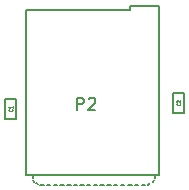
<source format=gbr>
G04 #@! TF.FileFunction,Other,Fab,Top*
%FSLAX46Y46*%
G04 Gerber Fmt 4.6, Leading zero omitted, Abs format (unit mm)*
G04 Created by KiCad (PCBNEW 4.0.2-stable) date 11/15/2017 1:36:56 PM*
%MOMM*%
G01*
G04 APERTURE LIST*
%ADD10C,0.050000*%
%ADD11C,0.150000*%
%ADD12C,0.062500*%
G04 APERTURE END LIST*
D10*
D11*
X43107382Y-112015335D02*
X42207382Y-112015335D01*
X43107382Y-113715335D02*
X42207382Y-113715335D01*
X42207382Y-113715335D02*
X42207382Y-112015335D01*
X43107382Y-113715335D02*
X43107382Y-112015335D01*
X28893542Y-112516615D02*
X27993542Y-112516615D01*
X28893542Y-114216615D02*
X27993542Y-114216615D01*
X27993542Y-114216615D02*
X27993542Y-112516615D01*
X28893542Y-114216615D02*
X28893542Y-112516615D01*
X30926542Y-119795215D02*
X31226542Y-119795215D01*
X30576542Y-119645215D02*
X30726542Y-119745215D01*
X30326542Y-119445215D02*
X30426542Y-119545215D01*
X30326542Y-118995215D02*
X30326542Y-119245215D01*
X38526542Y-104995215D02*
X29726542Y-104995215D01*
X38526542Y-104645215D02*
X38526542Y-104995215D01*
X41026542Y-104645215D02*
X38526542Y-104645215D01*
X41026542Y-118995215D02*
X41026542Y-104645215D01*
X29726542Y-118995215D02*
X41026542Y-118995215D01*
X29726542Y-118995215D02*
X29726542Y-104995215D01*
X31476542Y-119795215D02*
X31776542Y-119795215D01*
X32626542Y-119795215D02*
X32926542Y-119795215D01*
X32076542Y-119795215D02*
X32376542Y-119795215D01*
X33776542Y-119795215D02*
X34076542Y-119795215D01*
X33226542Y-119795215D02*
X33526542Y-119795215D01*
X35476542Y-119795215D02*
X35776542Y-119795215D01*
X34326542Y-119795215D02*
X34626542Y-119795215D01*
X34876542Y-119795215D02*
X35176542Y-119795215D01*
X36626542Y-119795215D02*
X36926542Y-119795215D01*
X36026542Y-119795215D02*
X36326542Y-119795215D01*
X37176542Y-119795215D02*
X37476542Y-119795215D01*
X37776542Y-119795215D02*
X38076542Y-119795215D01*
X40076542Y-119795215D02*
X40276542Y-119695215D01*
X38926542Y-119795215D02*
X39226542Y-119795215D01*
X39526542Y-119795215D02*
X39826542Y-119795215D01*
X38376542Y-119795215D02*
X38676542Y-119795215D01*
X40476542Y-119545215D02*
X40576542Y-119445215D01*
X40626542Y-118995215D02*
X40626542Y-119245215D01*
D12*
X42782382Y-112907001D02*
X42799049Y-112918906D01*
X42815715Y-112954620D01*
X42815715Y-112978430D01*
X42799049Y-113014144D01*
X42765715Y-113037953D01*
X42732382Y-113049858D01*
X42665715Y-113061763D01*
X42615715Y-113061763D01*
X42549049Y-113049858D01*
X42515715Y-113037953D01*
X42482382Y-113014144D01*
X42465715Y-112978430D01*
X42465715Y-112954620D01*
X42482382Y-112918906D01*
X42499049Y-112907001D01*
X42499049Y-112811763D02*
X42482382Y-112799858D01*
X42465715Y-112776049D01*
X42465715Y-112716525D01*
X42482382Y-112692715D01*
X42499049Y-112680811D01*
X42532382Y-112668906D01*
X42565715Y-112668906D01*
X42615715Y-112680811D01*
X42815715Y-112823668D01*
X42815715Y-112668906D01*
X28568542Y-113408281D02*
X28585209Y-113420186D01*
X28601875Y-113455900D01*
X28601875Y-113479710D01*
X28585209Y-113515424D01*
X28551875Y-113539233D01*
X28518542Y-113551138D01*
X28451875Y-113563043D01*
X28401875Y-113563043D01*
X28335209Y-113551138D01*
X28301875Y-113539233D01*
X28268542Y-113515424D01*
X28251875Y-113479710D01*
X28251875Y-113455900D01*
X28268542Y-113420186D01*
X28285209Y-113408281D01*
X28601875Y-113170186D02*
X28601875Y-113313043D01*
X28601875Y-113241614D02*
X28251875Y-113241614D01*
X28301875Y-113265424D01*
X28335209Y-113289233D01*
X28351875Y-113313043D01*
D11*
X34078447Y-113447596D02*
X34078447Y-112447596D01*
X34459400Y-112447596D01*
X34554638Y-112495215D01*
X34602257Y-112542834D01*
X34649876Y-112638072D01*
X34649876Y-112780929D01*
X34602257Y-112876167D01*
X34554638Y-112923786D01*
X34459400Y-112971405D01*
X34078447Y-112971405D01*
X35030828Y-112542834D02*
X35078447Y-112495215D01*
X35173685Y-112447596D01*
X35411781Y-112447596D01*
X35507019Y-112495215D01*
X35554638Y-112542834D01*
X35602257Y-112638072D01*
X35602257Y-112733310D01*
X35554638Y-112876167D01*
X34983209Y-113447596D01*
X35602257Y-113447596D01*
M02*

</source>
